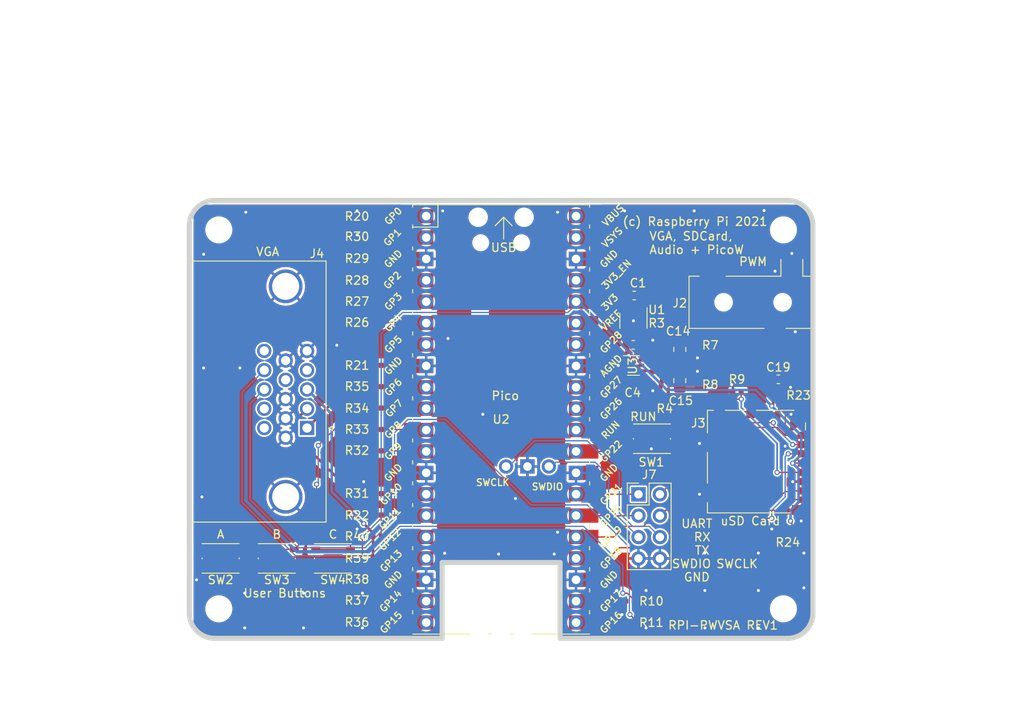
<source format=kicad_pcb>
(kicad_pcb (version 20211014) (generator pcbnew)
  (title_block (title "RPI-PWVSA   VGA, SD Card & Audio Demo Board for Pico W") (date "2022-01-10") (rev "REV2") (company "Raspberry Pi Ltd") (comment 1 "(c) Raspberry Pi 2022"))
  (layers (0 "F.Cu" signal) (1 "In1.Cu" signal) (2 "In2.Cu" signal) (31 "B.Cu" signal) (34 "B.Paste" user) (35 "F.Paste" user) (36 "B.SilkS" user "B.Silkscreen") (37 "F.SilkS" user "F.Silkscreen") (38 "B.Mask" user) (39 "F.Mask" user) (44 "Edge.Cuts" user))
  (net 0 "")
  (net 1 "GND")
  (net 2 "/VSYS")
  (net 3 "+3.3VA")
  (net 4 "/PWM_LL")
  (net 5 "/PWM_RR")
  (net 6 "+3V3")
  (net 7 "/PWM_AUDIO_L")
  (net 8 "/PWM_AUDIO_R")
  (net 9 "/SD_DAT1")
  (net 10 "/SD_DAT2")
  (net 16 "/VGA_B")
  (net 17 "/VGA_G")
  (net 18 "/VGA_R")
  (net 19 "/PWM_L")
  (net 20 "/PWM_R")
  (net 21 "/GPIO5")
  (net 22 "/GPIO16")
  (net 23 "/GPIO17")
  (net 24 "/GPIO18")
  (net 25 "/GPIO19")
  (net 26 "/GPIO20")
  (net 27 "/GPIO21")
  (net 28 "/GPIO22")
  (net 29 "/GPIO26")
  (net 30 "/GPIO27")
  (net 31 "/GPIO28")
  (net 32 "Net-(R20-Pad2)")
  (net 33 "/GPIO0")
  (net 34 "Net-(R21-Pad2)")
  (net 35 "/GPIO6")
  (net 36 "Net-(R22-Pad2)")
  (net 37 "/GPIO11")
  (net 38 "/GPIO4")
  (net 39 "/GPIO3")
  (net 40 "/GPIO2")
  (net 41 "/GPIO1")
  (net 42 "/GPIO10")
  (net 43 "/GPIO9")
  (net 44 "/GPIO8")
  (net 45 "/GPIO7")
  (net 46 "/GPIO15")
  (net 47 "/GPIO14")
  (net 48 "/GPIO13")
  (net 49 "/GPIO12")
  (net 50 "/RUN")
  (net 52 "VBUS")
  (net 55 "/VSYNC")
  (net 56 "/HSYNC")
  (net 57 "/SWCLK")
  (net 58 "/SWDIO")
  (footprint "Resistor_SMD:R_0402_1005Metric" (layer "F.Cu") (at 115.785 83.82)
    (fp_text reference "R31")
    (fp_text value "499")
  )
  (footprint "Resistor_SMD:R_0402_1005Metric" (layer "F.Cu") (at 115.785 88.9)
    (fp_text reference "R40")
    (fp_text value "8.06k")
  )
  (footprint "Resistor_SMD:R_0402_1005Metric" (layer "F.Cu") (at 115.785 91.44)
    (fp_text reference "R39")
    (fp_text value "4.02k")
  )
  (footprint "Resistor_SMD:R_0402_1005Metric" (layer "F.Cu") (at 115.785 93.98)
    (fp_text reference "R38")
    (fp_text value "2k")
  )
  (footprint "Resistor_SMD:R_0402_1005Metric" (layer "F.Cu") (at 115.785 78.74)
    (fp_text reference "R32")
    (fp_text value "1k")
  )
  (footprint "Resistor_SMD:R_0402_1005Metric" (layer "F.Cu") (at 115.785 99.06)
    (fp_text reference "R36")
    (fp_text value "499")
  )
  (footprint "Resistor_SMD:R_0402_1005Metric" (layer "F.Cu") (at 115.785 71.12)
    (fp_text reference "R35")
    (fp_text value "8.06k")
  )
  (footprint "Resistor_SMD:R_0402_1005Metric" (layer "F.Cu") (at 115.785 60.96)
    (fp_text reference "R27")
    (fp_text value "1k")
  )
  (footprint "Resistor_SMD:R_0402_1005Metric" (layer "F.Cu") (at 115.785 58.42)
    (fp_text reference "R28")
    (fp_text value "2k")
  )
  (footprint "Button_Switch_SMD:SW_Push_1P1T_NO_Vertical_Wuerth_434133025816" (layer "F.Cu") (at 148.4 77.3)
    (fp_text reference "SW1")
    (fp_text value "SW_Push")
  )
  (footprint "Resistor_SMD:R_0402_1005Metric" (layer "F.Cu") (at 115.785 96.52)
    (fp_text reference "R37")
    (fp_text value "1k")
  )
  (footprint "Resistor_SMD:R_0402_1005Metric" (layer "F.Cu") (at 115.785 76.2)
    (fp_text reference "R33")
    (fp_text value "2k")
  )
  (footprint "Resistor_SMD:R_0402_1005Metric" (layer "F.Cu") (at 115.785 68.58 180)
    (fp_text reference "R21")
    (fp_text value "1k")
  )
  (footprint "Resistor_SMD:R_0402_1005Metric" (layer "F.Cu") (at 115.785 86.36 180)
    (fp_text reference "R22")
    (fp_text value "1k")
  )
  (footprint "Resistor_SMD:R_0402_1005Metric" (layer "F.Cu") (at 153.8 66.2 90)
    (fp_text reference "R7")
    (fp_text value "1.8K")
  )
  (footprint "Resistor_SMD:R_0402_1005Metric" (layer "F.Cu") (at 149 69.3 180)
    (fp_text reference "R2" hide)
    (fp_text value "220")
  )
  (footprint "Resistor_SMD:R_0402_1005Metric" (layer "F.Cu") (at 149 67.9 180)
    (fp_text reference "R1" hide)
    (fp_text value "220")
  )
  (footprint "Connector_Card:microSD_HC_Molex_104031-0811" (layer "F.Cu") (at 160.8 80 -90)
    (fp_text reference "J3")
    (fp_text value "Micro_SD_Card")
  )
  (footprint "Capacitor_SMD:C_0805_2012Metric" (layer "F.Cu") (at 151.7 70.4 90)
    (fp_text reference "C15")
    (fp_text value "47u")
  )
  (footprint "Capacitor_SMD:C_0805_2012Metric" (layer "F.Cu") (at 151.7 66.7 -90)
    (fp_text reference "C14")
    (fp_text value "47u")
  )
  (footprint "Capacitor_SMD:C_0603_1608Metric" (layer "F.Cu") (at 146.173749 66.152501 180)
    (fp_text reference "C2" hide)
    (fp_text value "1u")
  )
  (footprint "Capacitor_SMD:C_0402_1005Metric" (layer "F.Cu") (at 146.1 70.5 180)
    (fp_text reference "C4")
    (fp_text value "100n")
  )
  (footprint "Resistor_SMD:R_0402_1005Metric" (layer "F.Cu") (at 153.8 70.8 -90)
    (fp_text reference "R8")
    (fp_text value "1.8K")
  )
  (footprint "Resistor_SMD:R_0402_1005Metric" (layer "F.Cu") (at 149 64.8)
    (fp_text reference "R3")
    (fp_text value "100")
  )
  (footprint "Capacitor_SMD:C_0402_1005Metric" (layer "F.Cu") (at 149 70.8 180)
    (fp_text reference "C8" hide)
    (fp_text value "100n")
  )
  (footprint "Capacitor_SMD:C_0402_1005Metric" (layer "F.Cu") (at 149 66.4 180)
    (fp_text reference "C7" hide)
    (fp_text value "100n")
  )
  (footprint "Package_TO_SOT_SMD:SOT-363_SC-70-6" (layer "F.Cu") (at 146.2 68.6)
    (fp_text reference "U3")
    (fp_text value "NC7WZ16P6X")
  )
  (footprint "Button_Switch_SMD:SW_Push_1P1T_NO_Vertical_Wuerth_434133025816" (layer "F.Cu") (at 103.88 91.515 180)
    (fp_text reference "SW3")
    (fp_text value "SW_Push")
  )
  (footprint "Package_TO_SOT_SMD:SOT-23-5" (layer "F.Cu") (at 146.2 63.3 -90)
    (fp_text reference "U1")
    (fp_text value "TLV70033_SOT23-5")
  )
  (footprint "Button_Switch_SMD:SW_Push_1P1T_NO_Vertical_Wuerth_434133025816" (layer "F.Cu") (at 110.5475 91.515 180)
    (fp_text reference "SW4")
    (fp_text value "SW_Push")
  )
  (footprint "Resistor_SMD:R_0402_1005Metric" (layer "F.Cu") (at 115.785 55.88)
    (fp_text reference "R29")
    (fp_text value "4.02k")
  )
  (footprint "Resistor_SMD:R_0402_1005Metric" (layer "F.Cu") (at 115.785 53.34)
    (fp_text reference "R30")
    (fp_text value "8.06k")
  )
  (footprint "Resistor_SMD:R_0402_1005Metric" (layer "F.Cu") (at 115.785 50.8 180)
    (fp_text reference "R20")
    (fp_text value "1k")
  )
  (footprint "Button_Switch_SMD:SW_Push_1P1T_NO_Vertical_Wuerth_434133025816" (layer "F.Cu") (at 97.2125 91.515 180)
    (fp_text reference "SW2")
    (fp_text value "SW_Push")
  )
  (footprint "Resistor_SMD:R_0402_1005Metric" (layer "F.Cu") (at 149 72.4)
    (fp_text reference "R4")
    (fp_text value "100")
  )
  (footprint "Capacitor_SMD:C_0603_1608Metric" (layer "F.Cu") (at 146.3 60.3 180)
    (fp_text reference "C1")
    (fp_text value "1u")
  )
  (footprint "MountingHole:MountingHole_2.7mm_M2.5" (layer "F.Cu") (at 164 97.5)
    (fp_text reference "H3" hide)
    (fp_text value "MountingHole")
  )
  (footprint "MountingHole:MountingHole_2.7mm_M2.5" (layer "F.Cu") (at 97 97.5)
    (fp_text reference "H4" hide)
    (fp_text value "MountingHole")
  )
  (footprint "MountingHole:MountingHole_2.7mm_M2.5" (layer "F.Cu") (at 164 52.5)
    (fp_text reference "H1" hide)
    (fp_text value "MountingHole")
  )
  (footprint "RPi_Pico:CUI_SJ-3523-audio-jack" (layer "F.Cu") (at 161.4 61.1 -90)
    (fp_text reference "J2")
    (fp_text value "AudioJack3")
  )
  (footprint "Resistor_SMD:R_0402_1005Metric" (layer "F.Cu") (at 115.785 63.5)
    (fp_text reference "R26")
    (fp_text value "499")
  )
  (footprint "MountingHole:MountingHole_2.7mm_M2.5" (layer "F.Cu") (at 97 52.5)
    (fp_text reference "H2" hide)
    (fp_text value "MountingHole")
  )
  (footprint "Connector_PinHeader_2.54mm:PinHeader_2x04_P2.54mm_Vertical" (layer "F.Cu") (at 146.8 83.9)
    (fp_text reference "J7")
    (fp_text value "Conn_02x03_Odd_Even")
  )
  (footprint "Capacitor_SMD:C_0603_1608Metric" (layer "F.Cu") (at 163.4 70.2425)
    (fp_text reference "C19")
    (fp_text value "10u")
  )
  (footprint "Resistor_SMD:R_0402_1005Metric" (layer "F.Cu") (at 145.79 96.595 180)
    (fp_text reference "R10")
    (fp_text value "47")
  )
  (footprint "Resistor_SMD:R_0402_1005Metric" (layer "F.Cu") (at 158.5 71.7)
    (fp_text reference "R9")
    (fp_text value "DNF")
  )
  (footprint "Resistor_SMD:R_0402_1005Metric" (layer "F.Cu") (at 145.792501 99.132501 180)
    (fp_text reference "R11")
    (fp_text value "47")
  )
  (footprint "Resistor_SMD:R_0402_1005Metric" (layer "F.Cu") (at 163.2525 72.1475 180)
    (fp_text reference "R23")
    (fp_text value "10k")
  )
  (footprint "Resistor_SMD:R_0402_1005Metric" (layer "F.Cu") (at 164.5225 88.0225)
    (fp_text reference "R24")
    (fp_text value "10k")
  )
  (footprint "Resistor_SMD:R_0402_1005Metric" (layer "F.Cu") (at 115.785 73.66)
    (fp_text reference "R34")
    (fp_text value "4.02k")
  )
  (footprint "RPi_Pico:DSUB-15-L77HDE15SD1CH4F" (layer "F.Cu") (at 93.5 71.7 90)
    (fp_text reference "J4")
    (fp_text value "L77HDE15SD1CH4F")
  )
  (footprint "RaspberryPI PicoW:RPi_PicoW_SMD_TH" (layer "F.Cu") (at 130.5 75)
    (fp_text reference "U2")
    (fp_text value "PicoW")
  )
  (gr_line (start 129.8 52) (end 130.8 51) (layer "F.SilkS") (width 0.12))
  (gr_line (start 131.8 52) (end 130.8 51) (layer "F.SilkS") (width 0.12))
  (gr_line (start 130.8 53.6) (end 130.8 51) (layer "F.SilkS") (width 0.12))
  (gr_line (start 130.8 51) (end 129.8 52) (layer "F.SilkS") (width 0.12))
  (gr_line (start 96.5 49) (end 96.5 49) (layer "Edge.Cuts") (width 0.05))
  (gr_line (start 96.5 49) (end 164.5 49) (layer "Edge.Cuts") (width 0.6))
  (gr_arc (start 164.500002 48.999998) (mid 166.621322 49.878679) (end 167.5 52) (layer "Edge.Cuts") (width 0.6))
  (gr_line (start 123.5 101) (end 96.5 101) (layer "Edge.Cuts") (width 0.6))
  (gr_line (start 164.5 101) (end 137.5 101) (layer "Edge.Cuts") (width 0.6))
  (gr_line (start 167.5 52) (end 167.5 98) (layer "Edge.Cuts") (width 0.6))
  (gr_line (start 137.5 92) (end 137.5 101) (layer "Edge.Cuts") (width 0.6))
  (gr_line (start 123.5 92) (end 123.5 101) (layer "Edge.Cuts") (width 0.6))
  (gr_arc (start 167.500002 98.000002) (mid 166.621321 100.121322) (end 164.5 101) (layer "Edge.Cuts") (width 0.6))
  (gr_arc (start 93.5 52) (mid 94.37868 49.87868) (end 96.5 49) (layer "Edge.Cuts") (width 0.6))
  (gr_line (start 137.5 92) (end 123.5 92) (layer "Edge.Cuts") (width 0.6))
  (gr_arc (start 96.499998 101.000002) (mid 94.378678 100.121321) (end 93.5 98) (layer "Edge.Cuts") (width 0.6))
  (gr_line (start 93.5 98) (end 93.5 52) (layer "Edge.Cuts") (width 0.6))
  (gr_text "VGA, SDCard,\nAudio + PicoW" (at 148.0125 54.05) (layer "F.SilkS") (effects (font (size 1 1)) (justify left)))
  (gr_text "RPI-PWVSA REV1" (at 150.235 99.4525) (layer "F.SilkS") (effects (font (size 1 1)) (justify left)))
  (gr_text "C" (at 110.5475 88.6575) (layer "F.SilkS") (effects (font (size 1 1))))
  (gr_text "User Buttons" (at 104.8325 95.6425) (layer "F.SilkS") (effects (font (size 1 1))))
  (gr_text "SWCLK" (at 158.49 92.15) (layer "F.SilkS") (effects (font (size 1 1))))
  (gr_text "VGA" (at 102.8 55.1) (layer "F.SilkS") (effects (font (size 1 1))))
  (gr_text "A" (at 97.2125 88.6575) (layer "F.SilkS") (effects (font (size 1 1))))
  (gr_text "(c) Raspberry Pi 2021" (at 144.8375 51.51) (layer "F.SilkS") (effects (font (size 1 1)) (justify left)))
  (gr_text "USB" (at 130.8 54.6) (layer "F.SilkS") (effects (font (size 1 1))))
  (gr_text "B" (at 103.88 88.6575) (layer "F.SilkS") (effects (font (size 1 1))))
  (gr_text "uSD Card" (at 160.0775 87.07) (layer "F.SilkS") (effects (font (size 1 1))))
  (gr_text "RUN" (at 147.3775 74.6875) (layer "F.SilkS") (effects (font (size 1 1))))
  (gr_text "SWDIO" (at 153.0925 92.15) (layer "F.SilkS") (effects (font (size 1 1))))
  (gr_text "RX" (at 154.3625 88.975) (layer "F.SilkS") (effects (font (size 1 1))))
  (gr_text "UART" (at 153.7275 87.3875) (layer "F.SilkS") (effects (font (size 1 1))))
  (gr_text "TX" (at 154.3625 90.5625) (layer "F.SilkS") (effects (font (size 1 1))))
  (gr_text "Pico" (at 131 72.2) (layer "F.SilkS") (effects (font (size 1 1))))
  (gr_text "PWM" (at 160.395 56.2725) (layer "F.SilkS") (effects (font (size 1 1))))
  (gr_text "GND" (at 153.7275 93.7375) (layer "F.SilkS") (effects (font (size 1 1))))
  (segment (start 146.2 62.2) (end 146.2 60.9875) (width 0.5) (layer "F.Cu") (net 1))
  (segment (start 146 68.9) (end 145.7 68.6) (width 0.2) (layer "F.Cu") (net 1))
  (segment (start 145.2 68.65) (end 139.39 68.65) (width 0.15) (layer "F.Cu") (net 1))
  (segment (start 166.425 90.675) (end 166.4275 90.6775) (width 0.15) (layer "F.Cu") (net 1))
  (segment (start 146.2 60.9875) (end 145.5125 60.3) (width 0.5) (layer "F.Cu") (net 1))
  (segment (start 145.25 68.6) (end 145.8 68.6) (width 0.2) (layer "F.Cu") (net 1))
  (segment (start 165.9 86.86) (end 166.11 87.07) (width 0.15) (layer "F.Cu") (net 1))
  (segment (start 146 68.4) (end 146 67.0875) (width 0.2) (layer "F.Cu") (net 1))
  (segment (start 146 70.115) (end 146 68.9) (width 0.2) (layer "F.Cu") (net 1))
  (segment (start 145.8 68.6) (end 146 68.4) (width 0.2) (layer "F.Cu") (net 1))
  (segment (start 146.325 78.375) (end 150.45 78.375) (width 0.15) (layer "F.Cu") (net 1))
  (segment (start 146 67.0875) (end 145.4125 66.5) (width 0.2) (layer "F.Cu") (net 1))
  (segment (start 139.39 68.65) (end 139.44 68.6) (width 0.5) (layer "F.Cu") (net 1))
  (segment (start 145.25 68.6) (end 145.2 68.65) (width 0.15) (layer "F.Cu") (net 1))
  (segment (start 139.44 68.6) (end 145.25 68.6) (width 0.5) (layer "F.Cu") (net 1))
  (segment (start 145.615 70.5) (end 146 70.115) (width 0.2) (layer "F.Cu") (net 1))
  (segment (start 165.9 85.755) (end 165.9 86.86) (width 0.15) (layer "F.Cu") (net 1))
  (via (at 137.2 50.4) (size 0.6) (drill 0.35) (layers "F.Cu" "B.Cu") (net 1))
  (via (at 124.2 65.4) (size 0.6) (drill 0.35) (layers "F.Cu" "B.Cu") (net 1))
  (via (at 132.2 84.4) (size 0.6) (drill 0.35) (layers "F.Cu" "B.Cu") (net 1))
  (via (at 137.2 88.4) (size 0.6) (drill 0.35) (layers "F.Cu" "B.Cu") (net 1))
  (via (at 100.2 50.4) (size 0.6) (drill 0.35) (layers "F.Cu" "B.Cu") (net 1))
  (via (at 95.2 55.4) (size 0.6) (drill 0.35) (layers "F.Cu" "B.Cu") (net 1))
  (via (at 95.2 68.9) (size 0.6) (drill 0.35) (layers "F.Cu" "B.Cu") (net 1))
  (via (at 114.2 82.4) (size 0.6) (drill 0.35) (layers "F.Cu" "B.Cu") (net 1))
  (via (at 99.5 68.9) (size 0.6) (drill 0.35) (layers "F.Cu" "B.Cu") (net 1))
  (via (at 111 66.2) (size 0.6) (drill 0.35) (layers "F.Cu" "B.Cu") (net 1))
  (via (at 148.5 65.6) (size 0.6) (drill 0.35) (layers "F.Cu" "B.Cu") (net 1))
  (via (at 147.695 99.77) (size 0.6) (drill 0.35) (layers "F.Cu" "B.Cu") (net 1))
  (via (at 166.11 87.07) (size 0.6) (drill 0.35) (layers "F.Cu" "B.Cu") (net 1))
  (via (at 161.03 95.325) (size 0.6) (drill 0.35) (layers "F.Cu" "B.Cu") (net 1))
  (via (at 107.055 95.6425) (size 0.6) (drill 0.35) (layers "F.Cu" "B.Cu") (net 1))
  (via (at 144.8375 98.1825) (size 0.6) (drill 0.35) (layers "F.Cu" "B.Cu") (net 1))
  (via (at 144.4 68.6) (size 0.6) (drill 0.35) (layers "F.Cu" "B.Cu") (net 1))
  (via (at 114.04 95.6425) (size 0.6) (drill 0.35) (layers "F.Cu" "B.Cu") (net 1))
  (via (at 146.2 63.3) (size 0.6) (drill 0.35) (layers "F.Cu" "B.Cu") (net 1))
  (via (at 165.1 82.4) (size 0.6) (drill 0.35) (layers "F.Cu" "B.Cu") (net 1))
  (via (at 94.99 84.2125) (size 0.6) (drill 0.35) (layers "F.Cu" "B.Cu") (net 1))
  (via (at 148.33 78.4975) (size 0.6) (drill 0.35) (layers "F.Cu" "B.Cu") (net 1))
  (via (at 161.03 90.88) (size 0.6) (drill 0.35) (layers "F.Cu" "B.Cu") (net 1))
  (via (at 154.68 95.325) (size 0.6) (drill 0.35) (layers "F.Cu" "B.Cu") (net 1))
  (via (at 114.04 99.77) (size 0.6) (drill 0.35) (layers "F.Cu" "B.Cu") (net 1))
  (via (at 154.045 77.8625) (size 0.6) (drill 0.35) (layers "F.Cu" "B.Cu") (net 1))
  (via (at 166.4275 90.88) (size 0.6) (drill 0.35) (layers "F.Cu" "B.Cu") (net 1))
  (via (at 123.565 50.24) (size 0.6) (drill 0.35) (layers "F.Cu" "B.Cu") (net 1))
  (via (at 123.8 90.9) (size 0.6) (drill 0.35) (layers "F.Cu" "B.Cu") (net 1))
  (via (at 130.2 91) (size 0.6) (drill 0.35) (layers "F.Cu" "B.Cu") (net 1))
  (via (at 107.055 99.77) (size 0.6) (drill 0.35) (layers "F.Cu" "B.Cu") (net 1))
  (via (at 164.205 78.18) (size 0.6) (drill 0.35) (layers "F.Cu" "B.Cu") (net 1))
  (via (at 154.045 83.895) (size 0.6) (drill 0.35) (layers "F.Cu" "B.Cu") (net 1))
  (via (at 157.855 70.8775) (size 0.6) (drill 0.35) (layers "F.Cu" "B.Cu") (net 1))
  (via (at 100.07 99.77) (size 0.6) (drill 0.35) (layers "F.Cu" "B.Cu") (net 1))
  (via (at 148.5 71.6) (size 0.6) (drill 0.35) (layers "F.Cu" "B.Cu") (net 1))
  (via (at 136.8 91) (size 0.6) (drill 0.35) (layers "F.Cu" "B.Cu") (net 1))
  (via (at 113.405 53.0975) (size 0.6) (drill 0.35) (layers "F.Cu" "B.Cu") (net 1))
  (via (at 165 55.3) (size 0.6) (drill 0.35) (layers "F.Cu" "B.Cu") (net 1))
  (via (at 154.68 99.77) (size 0.6) (drill 0.35) (layers "F.Cu" "B.Cu") (net 1))
  (via (at 166.4275 95.0075) (size 0.6) (drill 0.35) (layers "F.Cu" "B.Cu") (net 1))
  (via (at 153.41 50.24) (size 0.6) (drill 0.35) (layers "F.Cu" "B.Cu") (net 1))
  (via (at 147.695 95.325) (size 0.6) (drill 0.35) (layers "F.Cu" "B.Cu") (net 1))
  (via (at 165.4 64.6) (size 0.6) (drill 0.35) (layers "F.Cu" "B.Cu") (net 1))
  (via (at 161.7 50.2) (size 0.6) (drill 0.35) (layers "F.Cu" "B.Cu") (net 1))
  (via (at 161.03 99.77) (size 0.6) (drill 0.35) (layers "F.Cu" "B.Cu") (net 1))
  (via (at 144.2025 95.325) (size 0.6) (drill 0.35) (layers "F.Cu" "B.Cu") (net 1))
  (via (at 100.07 95.6425) (size 0.6) (drill 0.35) (layers "F.Cu" "B.Cu") (net 1))
  (via (at 113.405 88.0225) (size 0.6) (drill 0.35) (layers "F.Cu" "B.Cu") (net 1))
  (via (at 164.84 71.195) (size 0.6) (drill 0.35) (layers "F.Cu" "B.Cu") (net 1))
  (via (at 94.355 94.055) (size 0.6) (drill 0.35) (layers "F.Cu" "B.Cu") (net 1))
  (via (at 163 57.4) (size 0.6) (drill 0.35) (layers "F.Cu" "B.Cu") (net 1))
  (via (at 162.6175 88.0225) (size 0.6) (drill 0.35) (layers "F.Cu" "B.Cu") (net 1))
  (via (at 164.9 74.4) (size 0.6) (drill 0.35) (layers "F.Cu" "B.Cu") (net 1))
  (via (at 145.155 50.24) (size 0.6) (drill 0.35) (layers "F.Cu" "B.Cu") (net 1))
  (via (at 128.3275 74.4) (size 0.6) (drill 0.35) (layers "F.Cu" "B.Cu") (net 1))
  (via (at 153.8 67.7) (size 0.6) (drill 0.35) (layers "F.Cu" "B.Cu") (net 1))
  (via (at 154.68 90.88) (size 0.6) (drill 0.35) (layers "F.Cu" "B.Cu") (net 1))
  (via (at 113.405 50.24) (size 0.6) (drill 0.35) (layers "F.Cu" "B.Cu") (net 1))
  (via (at 153.8 69.3) (size 0.6) (drill 0.35) (layers "F.Cu" "B.Cu") (net 1))
  (segment (start 166.11 87.07) (end 166.11 87.3875) (width 0.15) (layer "B.Cu") (net 1))
  (segment (start 144.5 58.8) (end 145.480001 57.819999) (width 0.5) (layer "F.Cu") (net 2))
  (segment (start 147.0875 59.427498) (end 145.480001 57.819999) (width 0.5) (layer "F.Cu") (net 2))
  (segment (start 145.25 62.2) (end 144.5 61.45) (width 0.5) (layer "F.Cu") (net 2))
  (segment (start 145.480001 57.819999) (end 141.070002 53.41) (width 0.5) (layer "F.Cu") (net 2))
  (segment (start 147.15 60.3625) (end 147.0875 60.3) (width 0.5) (layer "F.Cu") (net 2))
  (segment (start 141.070002 53.41) (end 139.39 53.41) (width 0.5) (layer "F.Cu") (net 2))
  (segment (start 147.0875 60.3) (end 147.0875 59.427498) (width 0.5) (layer "F.Cu") (net 2))
  (segment (start 147.15 62.2) (end 147.15 60.3625) (width 0.5) (layer "F.Cu") (net 2))
  (segment (start 144.5 61.45) (end 144.5 58.8) (width 0.5) (layer "F.Cu") (net 2))
  (segment (start 147.15 64.4) (end 147.15 66.3375) (width 0.5) (layer "F.Cu") (net 3))
  (segment (start 146.4 68.8) (end 146.6 68.6) (width 0.2) (layer "F.Cu") (net 3))
  (segment (start 146.585 70.5) (end 146.585 70.085) (width 0.2) (layer "F.Cu") (net 3))
  (segment (start 146.4 68.4) (end 146.4 67.0875) (width 0.2) (layer "F.Cu") (net 3))
  (segment (start 146.6 68.6) (end 146.4 68.4) (width 0.2) (layer "F.Cu") (net 3))
  (segment (start 146.4 69.9) (end 146.4 68.8) (width 0.2) (layer "F.Cu") (net 3))
  (segment (start 146.6 68.6) (end 147.15 68.6) (width 0.2) (layer "F.Cu") (net 3))
  (segment (start 147.15 66.3375) (end 146.9875 66.5) (width 0.5) (layer "F.Cu") (net 3))
  (segment (start 146.4 67.0875) (end 146.9875 66.5) (width 0.2) (layer "F.Cu") (net 3))
  (segment (start 146.585 70.085) (end 146.4 69.9) (width 0.2) (layer "F.Cu") (net 3))
  (segment (start 149.485 67.9) (end 149.485 66.4) (width 0.3) (layer "F.Cu") (net 4))
  (segment (start 149.7475 67.6375) (end 149.485 67.9) (width 0.3) (layer "F.Cu") (net 4))
  (segment (start 149.485 66.4) (end 149.485 64.8) (width 0.3) (layer "F.Cu") (net 4))
  (segment (start 151.7 67.6375) (end 149.7475 67.6375) (width 0.3) (layer "F.Cu") (net 4))
  (segment (start 149.485 69.3) (end 149.485 70.8) (width 0.3) (layer "F.Cu") (net 5))
  (segment (start 151.7 69.4625) (end 149.6475 69.4625) (width 0.3) (layer "F.Cu") (net 5))
  (segment (start 149.485 70.8) (end 149.485 72.4) (width 0.3) (layer "F.Cu") (net 5))
  (segment (start 149.6475 69.4625) (end 149.485 69.3) (width 0.3) (layer "F.Cu") (net 5))
  (segment (start 162.7675 70.3975) (end 162.6125 70.2425) (width 0.3) (layer "F.Cu") (net 6))
  (segment (start 108.4725 92.59) (end 112.6225 92.59) (width 0.15) (layer "F.Cu") (net 6))
  (segment (start 162.7675 72.1475) (end 162.7675 73.2675) (width 0.3) (layer "F.Cu") (net 6))
  (segment (start 99.2875 92.59) (end 101.805 92.59) (width 0.15) (layer "F.Cu") (net 6))
  (segment (start 114.04 91.1725) (end 112.6225 92.59) (width 0.15) (layer "F.Cu") (net 6))
  (segment (start 166.25 80.195) (end 165.105 80.195) (width 0.15) (layer "F.Cu") (net 6))
  (segment (start 101.805 92.59) (end 105.955 92.59) (width 0.15) (layer "F.Cu") (net 6))
  (segment (start 162.7675 73.2675) (end 162.6175 73.4175) (width 0.3) (layer "F.Cu") (net 6))
  (segment (start 165.105 80.195) (end 165.1 80.2) (width 0.15) (layer "F.Cu") (net 6))
  (segment (start 162.6125 70.2425) (end 162.6125 71.9925) (width 0.2) (layer "F.Cu") (net 6))
  (segment (start 95.1375 92.59) (end 99.2875 92.59) (width 0.15) (layer "F.Cu") (net 6))
  (segment (start 105.955 92.59) (end 108.4725 92.59) (width 0.15) (layer "F.Cu") (net 6))
  (segment (start 165.0075 87.2375) (end 164.84 87.07) (width 0.15) (layer "F.Cu") (net 6))
  (segment (start 162.6125 71.9925) (end 162.7675 72.1475) (width 0.2) (layer "F.Cu") (net 6))
  (segment (start 162.7675 72.1475) (end 162.7675 70.3975) (width 0.3) (layer "F.Cu") (net 6))
  (segment (start 165.0075 88.0225) (end 165.0075 87.2375) (width 0.15) (layer "F.Cu") (net 6))
  (segment (start 114.04 88.975) (end 114.04 91.1725) (width 0.15) (layer "F.Cu") (net 6))
  (via (at 164.84 87.07) (size 0.6) (drill 0.35) (layers "F.Cu" "B.Cu") (net 6))
  (via (at 165.1 80.2) (size 0.6) (drill 0.35) (layers "F.Cu" "B.Cu") (net 6))
  (via (at 162.6175 73.4175) (size 0.6) (drill 0.35) (layers "F.Cu" "B.Cu") (net 6))
  (via (at 114.04 88.975) (size 0.6) (drill 0.35) (layers "F.Cu" "B.Cu") (net 6))
  (segment (start 165.1 80.2) (end 166.11 79.19) (width 0.3) (layer "B.Cu") (net 6))
  (segment (start 160.7125 71.5125) (end 150.1825 71.5125) (width 0.3) (layer "B.Cu") (net 6))
  (segment (start 114.04 88.975) (end 116.2625 86.7525) (width 0.15) (layer "B.Cu") (net 6))
  (segment (start 165.7925 84.8475) (end 165.7925 80.8925) (width 0.3) (layer "B.Cu") (net 6))
  (segment (start 164.84 87.07) (end 164.84 85.8) (width 0.3) (layer "B.Cu") (net 6))
  (segment (start 162.6175 73.4175) (end 160.7125 71.5125) (width 0.3) (layer "B.Cu") (net 6))
  (segment (start 165.7925 80.8925) (end 165.1 80.2) (width 0.3) (layer "B.Cu") (net 6))
  (segment (start 139.7 61.03) (end 150.1825 71.5125) (width 0.3) (layer "B.Cu") (net 6))
  (segment (start 164.84 85.8) (end 165.7925 84.8475) (width 0.3) (layer "B.Cu") (net 6))
  (segment (start 118.8025 62.305) (end 116.2625 64.845) (width 0.15) (layer "B.Cu") (net 6))
  (segment (start 166.11 79.19) (end 166.11 76.91) (width 0.3) (layer "B.Cu") (net 6))
  (segment (start 162.6175 73.4175) (end 166.11 76.91) (width 0.3) (layer "B.Cu") (net 6))
  (segment (start 138.425 62.305) (end 118.8025 62.305) (width 0.15) (layer "B.Cu") (net 6))
  (segment (start 139.7 61.03) (end 138.425 62.305) (width 0.15) (layer "B.Cu") (net 6))
  (segment (start 116.2625 64.845) (end 116.2625 86.7525) (width 0.15) (layer "B.Cu") (net 6))
  (segment (start 155.6 57.4) (end 154.9 58.1) (width 0.3) (layer "F.Cu") (net 7))
  (segment (start 154.9 58.1) (end 154.9 64.615) (width 0.3) (layer "F.Cu") (net 7))
  (segment (start 151.7 65.7625) (end 153.7525 65.7625) (width 0.3) (layer "F.Cu") (net 7))
  (segment (start 154.9 64.615) (end 153.8 65.715) (width 0.3) (layer "F.Cu") (net 7))
  (segment (start 153.7525 65.7625) (end 153.8 65.715) (width 0.3) (layer "F.Cu") (net 7))
  (segment (start 156.1 69.8) (end 156.1 67) (width 0.3) (layer "F.Cu") (net 8))
  (segment (start 151.7 71.3375) (end 153.7475 71.3375) (width 0.3) (layer "F.Cu") (net 8))
  (segment (start 154.615 71.285) (end 156.1 69.8) (width 0.3) (layer "F.Cu") (net 8))
  (segment (start 158.3 64.8) (end 163 64.8) (width 0.3) (layer "F.Cu") (net 8))
  (segment (start 153.7475 71.3375) (end 153.8 71.285) (width 0.3) (layer "F.Cu") (net 8))
  (segment (start 156.1 67) (end 158.3 64.8) (width 0.3) (layer "F.Cu") (net 8))
  (segment (start 153.8 71.285) (end 154.615 71.285) (width 0.3) (layer "F.Cu") (net 8))
  (segment (start 164.0375 88.0225) (end 164.0375 86.585) (width 0.15) (layer "F.Cu") (net 9))
  (segment (start 166.25 84.545) (end 166.235 84.53) (width 0.15) (layer "F.Cu") (net 9))
  (segment (start 163.2525 85.8) (end 164.5225 84.53) (width 0.15) (layer "F.Cu") (net 9))
  (segment (start 164.0375 86.585) (end 163.2525 85.8) (width 0.15) (layer "F.Cu") (net 9))
  (segment (start 149.98 85.8) (end 163.2525 85.8) (width 0.15) (layer "F.Cu") (net 9))
  (segment (start 149.34 86.44) (end 149.98 85.8) (width 0.15) (layer "F.Cu") (net 9))
  (segment (start 166.235 84.53) (end 164.5225 84.53) (width 0.15) (layer "F.Cu") (net 9))
  (segment (start 164.22 76.895) (end 164.22 72.63) (width 0.15) (layer "F.Cu") (net 10))
  (segment (start 152.4575 77.545) (end 152.4575 80.7825) (width 0.15) (layer "F.Cu") (net 10))
  (segment (start 163.2825 75.9575) (end 154.045 75.9575) (width 0.15) (layer "F.Cu") (net 10))
  (segment (start 164.22 72.63) (end 163.7375 72.1475) (width 0.15) (layer "F.Cu") (net 10))
  (segment (start 154.045 75.9575) (end 152.4575 77.545) (width 0.15) (layer "F.Cu") (net 10))
  (segment (start 149.34 83.9) (end 152.4575 80.7825) (width 0.15) (layer "F.Cu") (net 10))
  (segment (start 166.25 76.895) (end 164.22 76.895) (width 0.15) (layer "F.Cu") (net 10))
  (segment (start 164.22 76.895) (end 163.2825 75.9575) (width 0.15) (layer "F.Cu") (net 10))
  (segment (start 115.3 93.66) (end 115.3 91.44) (width 0.3) (layer "F.Cu") (net 16))
  (segment (start 115.3 96.52) (end 115.3 93.98) (width 0.3) (layer "F.Cu") (net 16))
  (segment (start 115.3 91.44) (end 115.3 88.9) (width 0.3) (layer "F.Cu") (net 16))
  (segment (start 115.3 88.4875) (end 114.2 87.3875) (width 0.3) (layer "F.Cu") (net 16))
  (segment (start 115.3 93.98) (end 115.3 93.66) (width 0.3) (layer "F.Cu") (net 16))
  (segment (start 115.3 88.9) (end 115.3 88.4875) (width 0.3) (layer "F.Cu") (net 16))
  (segment (start 115.3 99.06) (end 115.3 96.52) (width 0.3) (layer "F.Cu") (net 16))
  (via (at 114.2 87.3875) (size 0.6) (drill 0.35) (layers "F.Cu" "B.Cu") (net 16))
  (segment (start 110.4 83.5875) (end 114.2 87.3875) (width 0.3) (layer "B.Cu") (net 16))
  (segment (start 110.4 74.38) (end 110.4 83.5875) (width 0.3) (layer "B.Cu") (net 16))
  (segment (start 107.47 71.45) (end 110.4 74.38) (width 0.3) (layer "B.Cu") (net 16))
  (segment (start 115.3 71.12) (end 115.3 76.2) (width 0.3) (layer "F.Cu") (net 17))
  (segment (start 112.92 83.82) (end 106.2 77.1) (width 0.3) (layer "F.Cu") (net 17))
  (segment (start 106.2 75.01) (end 107.47 73.74) (width 0.3) (layer "F.Cu") (net 17))
  (segment (start 106.2 77.1) (end 106.2 75.01) (width 0.3) (layer "F.Cu") (net 17))
  (segment (start 115.3 76.2) (end 115.3 83.82) (width 0.3) (layer "F.Cu") (net 17))
  (segment (start 112.92 83.82) (end 115.3 83.82) (width 0.3) (layer "F.Cu") (net 17))
  (segment (start 115.3 55.88) (end 115.3 58.42) (width 0.3) (layer "F.Cu") (net 18))
  (segment (start 115.3 60.96) (end 115.3 63.5) (width 0.3) (layer "F.Cu") (net 18))
  (segment (start 115.3 53.34) (end 115.3 55.88) (width 0.3) (layer "F.Cu") (net 18))
  (segment (start 115.3 58.42) (end 115.3 60.96) (width 0.3) (layer "F.Cu") (net 18))
  (segment (start 110.865 72.635) (end 107.47 76.03) (width 0.3) (layer "F.Cu") (net 18))
  (segment (start 110.865 67.935) (end 110.865 72.635) (width 0.3) (layer "F.Cu") (net 18))
  (segment (start 115.3 63.5) (end 110.865 67.935) (width 0.3) (layer "F.Cu") (net 18))
  (segment (start 147.15 67.95) (end 148.465 67.95) (width 0.3) (layer "F.Cu") (net 19))
  (segment (start 148.465 67.95) (end 148.515 67.9) (width 0.2) (layer "F.Cu") (net 19))
  (segment (start 147.15 69.25) (end 148.465 69.25) (width 0.3) (layer "F.Cu") (net 20))
  (segment (start 148.465 69.25) (end 148.515 69.3) (width 0.3) (layer "F.Cu") (net 20))
  (segment (start 152.4575 75.005) (end 154.8625 72.6) (width 0.15) (layer "F.Cu") (net 21))
  (segment (start 130.505 75.005) (end 152.4575 75.005) (width 0.15) (layer "F.Cu") (net 21))
  (segment (start 166.25 81.295) (end 163.2525 81.295) (width 0.15) (layer "F.Cu") (net 21))
  (segment (start 121.61 66.11) (end 130.505 75.005) (width 0.15) (layer "F.Cu") (net 21))
  (segment (start 158.985 71.7) (end 158.985 72.585) (width 0.15) (layer "F.Cu") (net 21))
  (segment (start 154.8625 72.6) (end 159 72.6) (width 0.15) (layer "F.Cu") (net 21))
  (segment (start 158.985 72.585) (end 159 72.6) (width 0.15) (layer "F.Cu") (net 21))
  (via (at 159 72.6) (size 0.6) (drill 0.35) (layers "F.Cu" "B.Cu") (net 21))
  (via (at 163.2525 81.295) (size 0.6) (drill 0.35) (layers "F.Cu" "B.Cu") (net 21))
  (segment (start 163.2525 77.8625) (end 159 73.61) (width 0.2) (layer "B.Cu") (net 21))
  (segment (start 159 73.61) (end 159 72.6) (width 0.2) (layer "B.Cu") (net 21))
  (segment (start 163.2525 81.295) (end 163.2525 77.8625) (width 0.2) (layer "B.Cu") (net 21))
  (segment (start 139.39 99.13) (end 145.305 99.13) (width 0.15) (layer "F.Cu") (net 22))
  (segment (start 145.305 99.13) (end 145.307501 99.132501) (width 0.15) (layer "F.Cu") (net 22))
  (segment (start 139.39 96.59) (end 139.395 96.595) (width 0.15) (layer "F.Cu") (net 23))
  (segment (start 139.395 96.595) (end 145.455 96.595) (width 0.15) (layer "F.Cu") (net 23))
  (segment (start 144.52 90.245) (end 150.235 90.245) (width 0.15) (layer "F.Cu") (net 24))
  (segment (start 139.39 91.51) (end 143.255 91.51) (width 0.15) (layer "F.Cu") (net 24))
  (segment (start 166.25 79.095) (end 164.56 79.095) (width 0.15) (layer "F.Cu") (net 24))
  (segment (start 143.255 91.51) (end 144.52 90.245) (width 0.15) (layer "F.Cu") (net 24))
  (segment (start 153.7275 86.7525) (end 162.6175 86.7525) (width 0.15) (layer "F.Cu") (net 24))
  (segment (start 150.235 90.245) (end 153.7275 86.7525) (width 0.15) (layer "F.Cu") (net 24))
  (via (at 162.6175 86.7525) (size 0.6) (drill 0.35) (layers "F.Cu" "B.Cu") (net 24))
  (via (at 164.56 79.095) (size 0.6) (drill 0.35) (layers "F.Cu" "B.Cu") (net 24))
  (segment (start 162.6175 86.7525) (end 162.6175 85.8) (width 0.15) (layer "B.Cu") (net 24))
  (segment (start 162.6175 85.8) (end 164.205 84.2125) (width 0.15) (layer "B.Cu") (net 24))
  (segment (start 164.205 84.2125) (end 164.205 79.45) (width 0.15) (layer "B.Cu") (net 24))
  (segment (start 164.205 79.45) (end 164.56 79.095) (width 0.15) (layer "B.Cu") (net 24))
  (segment (start 164.205 83.5775) (end 164.84 83.5775) (width 0.15) (layer "F.Cu") (net 25))
  (segment (start 143.88 88.97) (end 145.145 87.705) (width 0.15) (layer "F.Cu") (net 25))
  (segment (start 139.39 88.97) (end 143.88 88.97) (width 0.15) (layer "F.Cu") (net 25))
  (segment (start 148.0125 87.07) (end 148.0125 85.8) (width 0.15) (layer "F.Cu") (net 25))
  (segment (start 162.6175 85.165) (end 164.205 83.5775) (width 0.15) (layer "F.Cu") (net 25))
  (segment (start 148.0125 85.8) (end 148.6475 85.165) (width 0.15) (layer "F.Cu") (net 25))
  (segment (start 148.6475 85.165) (end 162.6175 85.165) (width 0.15) (layer "F.Cu") (net 25))
  (segment (start 145.145 87.705) (end 147.3775 87.705) (width 0.15) (layer "F.Cu") (net 25))
  (segment (start 164.9225 83.495) (end 164.84 83.5775) (width 0.15) (layer "F.Cu") (net 25))
  (segment (start 166.25 83.495) (end 164.9225 83.495) (width 0.15) (layer "F.Cu") (net 25))
  (segment (start 147.3775 87.705) (end 148.0125 87.07) (width 0.15) (layer "F.Cu") (net 25))
  (segment (start 139.39 86.43) (end 139.4 86.44) (width 0.15) (layer "F.Cu") (net 26))
  (segment (start 139.4 86.44) (end 146.8 86.44) (width 0.15) (layer "F.Cu") (net 26))
  (segment (start 139.4 83.9) (end 139.39 83.89) (width 0.15) (layer "F.Cu") (net 27))
  (segment (start 146.79 83.89) (end 146.8 83.9) (width 0.15) (layer "F.Cu") (net 27))
  (segment (start 139.39 83.89) (end 146.79 83.89) (width 0.15) (layer "F.Cu") (net 27))
  (segment (start 166.25 77.995) (end 165.105 77.995) (width 0.15) (layer "F.Cu") (net 28))
  (segment (start 142.39 78.81) (end 143.9 77.3) (width 0.15) (layer "F.Cu") (net 28))
  (segment (start 165.105 77.995) (end 165.1 78) (width 0.15) (layer "F.Cu") (net 28))
  (segment (start 139.39 78.81) (end 142.39 78.81) (width 0.15) (layer "F.Cu") (net 28))
  (segment (start 153.3 75.4) (end 162.8 75.4) (width 0.15) (layer "F.Cu") (net 28))
  (segment (start 151.4 77.3) (end 153.3 75.4) (width 0.15) (layer "F.Cu") (net 28))
  (segment (start 143.9 77.3) (end 151.4 77.3) (width 0.15) (layer "F.Cu") (net 28))
  (segment (start 162.8 75.4) (end 162.95 75.55) (width 0.15) (layer "F.Cu") (net 28))
  (via (at 162.8 75.4) (size 0.6) (drill 0.35) (layers "F.Cu" "B.Cu") (net 28))
  (via (at 165.1 78) (size 0.6) (drill 0.35) (layers "F.Cu" "B.Cu") (net 28))
  (segment (start 165.1 78) (end 162.8 75.7) (width 0.15) (layer "B.Cu") (net 28))
  (segment (start 162.8 75.7) (end 162.8 75.4) (width 0.15) (layer "B.Cu") (net 28))
  (segment (start 139.39 73.73) (end 139.46 73.66) (width 0.15) (layer "F.Cu") (net 29))
  (segment (start 143.31 71.19) (end 139.39 71.19) (width 0.15) (layer "F.Cu") (net 30))
  (segment (start 145.25 69.25) (end 143.31 71.19) (width 0.15) (layer "F.Cu") (net 30))
  (segment (start 143.41 66.11) (end 139.39 66.11) (width 0.15) (layer "F.Cu") (net 31))
  (segment (start 145.25 67.95) (end 143.41 66.11) (width 0.15) (layer "F.Cu") (net 31))
  (segment (start 115.005 50.8) (end 115.3 50.8) (width 0.15) (layer "F.Cu") (net 32))
  (segment (start 105.785 51.8275) (end 98.1 59.5125) (width 0.15) (layer "F.Cu") (net 32))
  (segment (start 115.0675 50.8) (end 114.04 51.8275) (width 0.15) (layer "F.Cu") (net 32))
  (segment (start 95.1625 90.44) (end 99.2875 90.44) (width 0.15) (layer "F.Cu") (net 32))
  (segment (start 98.1 59.5) (end 98.1 59.5125) (width 0.15) (layer "F.Cu") (net 32))
  (segment (start 98.1 89.2525) (end 99.2875 90.44) (width 0.15) (layer "F.Cu") (net 32))
  (segment (start 114.04 51.8275) (end 105.785 51.8275) (width 0.15) (layer "F.Cu") (net 32))
  (segment (start 98.1 59.5125) (end 98.1 89.2525) (width 0.15) (layer "F.Cu") (net 32))
  (segment (start 121.54 50.8) (end 116.27 50.8) (width 0.15) (layer "F.Cu") (net 33))
  (segment (start 121.61 50.87) (end 121.54 50.8) (width 0.15) (layer "F.Cu") (net 33))
  (segment (start 116.27 50.8) (end 116.27 53.34) (width 0.15) (layer "F.Cu") (net 33))
  (segment (start 113.862522 73.037478) (end 108.8 78.1) (width 0.15) (layer "F.Cu") (net 34))
  (segment (start 101.83 90.44) (end 105.955 90.44) (width 0.15) (layer "F.Cu") (net 34))
  (segment (start 108.6 87.795) (end 108.6 82.7) (width 0.15) (layer "F.Cu") (net 34))
  (segment (start 113.862522 70.017478) (end 113.862522 73.037478) (width 0.15) (layer "F.Cu") (net 34))
  (segment (start 105.955 90.44) (end 108.6 87.795) (width 0.15) (layer "F.Cu") (net 34))
  (segment (start 115.3 68.58) (end 113.862522 70.017478) (width 0.15) (layer "F.Cu") (net 34))
  (via (at 108.6 82.7) (size 0.6) (drill 0.35) (layers "F.Cu" "B.Cu") (net 34))
  (via (at 108.8 78.1) (size 0.6) (drill 0.35) (layers "F.Cu" "B.Cu") (net 34))
  (segment (start 108.8 78.1) (end 108.8 82.5) (width 0.15) (layer "B.Cu") (net 34))
  (segment (start 108.8 82.5) (end 108.6 82.7) (width 0.15) (layer "B.Cu") (net 34))
  (segment (start 121.54 71.12) (end 116.27 71.12) (width 0.15) (layer "F.Cu") (net 35))
  (segment (start 116.27 68.58) (end 116.27 71.12) (width 0.15) (layer "F.Cu") (net 35))
  (segment (start 121.61 71.19) (end 121.54 71.12) (width 0.15) (layer "F.Cu") (net 35))
  (segment (start 112.6225 90.44) (end 112.6225 86.9) (width 0.15) (layer "F.Cu") (net 36))
  (segment (start 113.1625 86.36) (end 115.3 86.36) (width 0.15) (layer "F.Cu") (net 36))
  (segment (start 112.6225 86.9) (end 113.1625 86.36) (width 0.15) (layer "F.Cu") (net 36))
  (segment (start 108.4975 90.44) (end 112.6225 90.44) (width 0.15) (layer "F.Cu") (net 36))
  (segment (start 121.54 86.36) (end 116.27 86.36) (width 0.15) (layer "F.Cu") (net 37))
  (segment (start 116.27 86.36) (end 116.27 88.9) (width 0.15) (layer "F.Cu") (net 37))
  (segment (start 121.61 86.43) (end 121.54 86.36) (width 0.15) (layer "F.Cu") (net 37))
  (segment (start 121.54 63.5) (end 116.27 63.5) (width 0.15) (layer "F.Cu") (net 38))
  (segment (start 121.61 63.57) (end 121.54 63.5) (width 0.15) (layer "F.Cu") (net 38))
  (segment (start 121.92 60.96) (end 116.27 60.96) (width 0.15) (layer "F.Cu") (net 39))
  (segment (start 121.61 58.49) (end 121.54 58.42) (width 0.15) (layer "F.Cu") (net 40))
  (segment (start 121.54 58.42) (end 116.27 58.42) (width 0.15) (layer "F.Cu") (net 40))
  (segment (start 116.27 55.56) (end 116.27 55.88) (width 0.15) (layer "F.Cu") (net 41))
  (segment (start 118.42 53.41) (end 116.27 55.56) (width 0.15) (layer "F.Cu") (net 41))
  (segment (start 121.61 53.41) (end 118.42 53.41) (width 0.15) (layer "F.Cu") (net 41))
  (segment (start 121.61 83.89) (end 121.54 83.82) (width 0.15) (layer "F.Cu") (net 42))
  (segment (start 121.54 83.82) (end 116.27 83.82) (width 0.15) (layer "F.Cu") (net 42))
  (segment (start 121.54 78.74) (end 116.27 78.74) (width 0.15) (layer "F.Cu") (net 43))
  (segment (start 121.61 78.81) (end 121.54 78.74) (width 0.15) (layer "F.Cu") (net 43))
  (segment (start 121.61 76.27) (end 121.54 76.2) (width 0.15) (layer "F.Cu") (net 44))
  (segment (start 121.54 76.2) (end 116.27 76.2) (width 0.15) (layer "F.Cu") (net 44))
  (segment (start 121.61 73.73) (end 121.54 73.66) (width 0.15) (layer "F.Cu") (net 45))
  (segment (start 121.54 73.66) (end 116.27 73.66) (width 0.15) (layer "F.Cu") (net 45))
  (segment (start 116.27 99.06) (end 121.54 99.06) (width 0.15) (layer "F.Cu") (net 46))
  (segment (start 121.54 99.06) (end 121.61 99.13) (width 0.15) (layer "F.Cu") (net 46))
  (segment (start 116.27 96.52) (end 121.54 96.52) (width 0.15) (layer "F.Cu") (net 47))
  (segment (start 121.54 96.52) (end 121.61 96.59) (width 0.15) (layer "F.Cu") (net 47))
  (segment (start 121.717919 91.44) (end 119.16 91.44) (width 0.15) (layer "F.Cu") (net 48))
  (segment (start 116.62 93.98) (end 116.565 93.98) (width 0.15) (layer "F.Cu") (net 48))
  (segment (start 116.565 93.98) (end 116.27 93.98) (width 0.15) (layer "F.Cu") (net 48))
  (segment (start 119.16 91.44) (end 116.62 93.98) (width 0.15) (layer "F.Cu") (net 48))
  (segment (start 121.61 88.97) (end 118.74 88.97) (width 0.15) (layer "F.Cu") (net 49))
  (segment (start 118.74 88.97) (end 116.27 91.44) (width 0.15) (layer "F.Cu") (net 49))
  (segment (start 146.325 76.225) (end 146.28 76.27) (width 0.15) (layer "F.Cu") (net 50))
  (segment (start 146.28 76.27) (end 139.39 76.27) (width 0.15) (layer "F.Cu") (net 50))
  (segment (start 150.475 76.225) (end 146.325 76.225) (width 0.15) (layer "F.Cu") (net 50))
  (segment (start 145.4725 95.6425) (end 145.371754 95.6425) (width 0.15) (layer "F.Cu") (net 55))
  (segment (start 145.371754 95.6425) (end 144.94749 95.6425) (width 0.15) (layer "F.Cu") (net 55))
  (segment (start 146.425 96.595) (end 145.4725 95.6425) (width 0.15) (layer "F.Cu") (net 55))
  (via (at 144.94749 95.6425) (size 0.6) (drill 0.35) (layers "F.Cu" "B.Cu") (net 55))
  (segment (start 99.7525 84.8475) (end 106.1025 91.1975) (width 0.15) (layer "B.Cu") (net 55))
  (segment (start 106.1025 91.1975) (end 114.9925 91.1975) (width 0.15) (layer "B.Cu") (net 55))
  (segment (start 102.39 69.16) (end 99.7525 71.7975) (width 0.15) (layer "B.Cu") (net 55))
  (segment (start 144.94749 92.366769) (end 144.94749 95.6425) (width 0.15) (layer "B.Cu") (net 55))
  (segment (start 118.485 87.705) (end 140.285721 87.705) (width 0.15) (layer "B.Cu") (net 55))
  (segment (start 140.285721 87.705) (end 144.94749 92.366769) (width 0.15) (layer "B.Cu") (net 55))
  (segment (start 114.9925 91.1975) (end 118.485 87.705) (width 0.15) (layer "B.Cu") (net 55))
  (segment (start 99.7525 71.7975) (end 99.7525 84.8475) (width 0.15) (layer "B.Cu") (net 55))
  (segment (start 102.39 71.45) (end 102.4525 71.5125) (width 0.15) (layer "F.Cu") (net 56))
  (segment (start 145.79 98.1825) (end 146.277501 98.670001) (width 0.15) (layer "F.Cu") (net 56))
  (segment (start 145.64 98.3325) (end 145.79 98.1825) (width 0.15) (layer "F.Cu") (net 56))
  (segment (start 146.277501 98.670001) (end 146.277501 99.132501) (width 0.15) (layer "F.Cu") (net 56))
  (via (at 145.79 98.1825) (size 0.6) (drill 0.35) (layers "F.Cu" "B.Cu") (net 56))
  (segment (start 145.4725 94.820002) (end 145.4725 89.9275) (width 0.15) (layer "B.Cu") (net 56))
  (segment (start 106.42 90.245) (end 100.705 84.53) (width 0.15) (layer "B.Cu") (net 56))
  (segment (start 100.705 73.135) (end 102.39 71.45) (width 0.15) (layer "B.Cu") (net 56))
  (segment (start 114.3575 90.245) (end 106.42 90.245) (width 0.15) (layer "B.Cu") (net 56))
  (segment (start 145.4725 89.9275) (end 144.8375 89.2925) (width 0.15) (layer "B.Cu") (net 56))
  (segment (start 117.85 76.5925) (end 117.85 86.7525) (width 0.15) (layer "B.Cu") (net 56))
  (segment (start 119.4375 75.005) (end 117.85 76.5925) (width 0.15) (layer "B.Cu") (net 56))
  (segment (start 140.71 85.165) (end 134.058098 85.165) (width 0.15) (layer "B.Cu") (net 56))
  (segment (start 145.79 98.1825) (end 145.724999 98.117499) (width 0.15) (layer "B.Cu") (net 56))
  (segment (start 145.724999 98.117499) (end 145.724999 95.072501) (width 0.15) (layer "B.Cu") (net 56))
  (segment (start 123.898098 75.005) (end 119.4375 75.005) (width 0.15) (layer "B.Cu") (net 56))
  (segment (start 100.705 84.53) (end 100.705 73.135) (width 0.15) (layer "B.Cu") (net 56))
  (segment (start 117.85 86.7525) (end 114.3575 90.245) (width 0.15) (layer "B.Cu") (net 56))
  (segment (start 145.724999 95.072501) (end 145.4725 94.820002) (width 0.15) (layer "B.Cu") (net 56))
  (segment (start 134.058098 85.165) (end 123.898098 75.005) (width 0.15) (layer "B.Cu") (net 56))
  (segment (start 144.8375 89.2925) (end 140.71 85.165) (width 0.15) (layer "B.Cu") (net 56))
  (segment (start 140.71 77.545) (end 134.4491 77.545) (width 0.15) (layer "B.Cu") (net 57))
  (segment (start 144.52 81.355) (end 140.71 77.545) (width 0.15) (layer "B.Cu") (net 57))
  (segment (start 146.1075 87.705) (end 144.52 86.1175) (width 0.15) (layer "B.Cu") (net 57))
  (segment (start 149.34 88.98) (end 148.065 87.705) (width 0.15) (layer "B.Cu") (net 57))
  (segment (start 144.52 86.1175) (end 144.52 81.355) (width 0.15) (layer "B.Cu") (net 57))
  (segment (start 148.065 87.705) (end 146.1075 87.705) (width 0.15) (layer "B.Cu") (net 57))
  (segment (start 134.4491 77.545) (end 131.3941 80.6) (width 0.15) (layer "B.Cu") (net 57))
  (segment (start 136.9891 80.085) (end 136.4741 80.6) (width 0.15) (layer "B.Cu") (net 58))
  (segment (start 136.9891 80.085) (end 141.6625 80.085) (width 0.15) (layer "B.Cu") (net 58))
  (segment (start 143.25 85.43) (end 143.25 81.6725) (width 0.15) (layer "B.Cu") (net 58))
  (segment (start 146.8 88.98) (end 143.25 85.43) (width 0.15) (layer "B.Cu") (net 58))
  (segment (start 143.25 81.6725) (end 141.6625 80.085) (width 0.15) (layer "B.Cu") (net 58))
  (zone (net 1) (net_name "GND") (layer "F.Cu") (connect_pads (clearance 0.5)) (min_thickness 0.2) (fill yes (thermal_gap 0.3) (thermal_bridge_width 0.3))
    (polygon (pts (xy 167.38 101.04) (xy 94 101.04) (xy 94 49.5) (xy 167.38 49.5)))
    (polygon (pts (xy 164.368899 76.579779) (xy 164.368899 84.664425) (xy 157.00484 84.664425) (xy 157.00484 76.579779)))
    (polygon (pts (xy 161.1 54.6) (xy 161.1 54.8) (xy 161.100964 54.8) (xy 161.100964 54.6)))
  )
  (zone (net 0) (net_name "") (layer "F.Cu") (connect_pads (clearance 0)) (min_thickness 0.254)
    (keepout (tracks not_allowed) (vias not_allowed) (pads allowed) (copperpour not_allowed) (footprints allowed))
    (fill (thermal_gap 0.508) (thermal_bridge_width 0.508))
    (polygon (pts (xy 129.05 60.15) (xy 126.95 60.15) (xy 126.95 58.05) (xy 129.05 58.05)))
  )
  (zone (net 0) (net_name "") (layer "F.Cu") (connect_pads (clearance 0)) (min_thickness 0.254)
    (keepout (tracks not_allowed) (vias not_allowed) (pads allowed) (copperpour not_allowed) (footprints allowed))
    (fill (thermal_gap 0.508) (thermal_bridge_width 0.508))
    (polygon (pts (xy 129.05 65.15) (xy 126.95 65.15) (xy 126.95 63.05) (xy 129.05 63.05)))
  )
  (zone (net 0) (net_name "") (layer "F.Cu") (connect_pads (clearance 0)) (min_thickness 0.254)
    (keepout (tracks not_allowed) (vias not_allowed) (pads allowed) (copperpour not_allowed) (footprints allowed))
    (fill (thermal_gap 0.508) (thermal_bridge_width 0.508))
    (polygon (pts (xy 134 54.85) (xy 127 54.85) (xy 127 50.05) (xy 134 50.05)))
  )
  (zone (net 0) (net_name "") (layer "F.Cu") (connect_pads (clearance 0)) (min_thickness 0.254)
    (keepout (tracks not_allowed) (vias not_allowed) (pads allowed) (copperpour not_allowed) (footprints allowed))
    (fill (thermal_gap 0.508) (thermal_bridge_width 0.508))
    (polygon (pts (xy 129.05 62.64) (xy 126.95 62.64) (xy 126.95 60.54) (xy 129.05 60.54)))
  )
  (zone (net 1) (net_name "GND") (layer "B.Cu") (connect_pads (clearance 0.2)) (min_thickness 0.2) (fill yes (thermal_gap 0.3) (thermal_bridge_width 0.3))
    (polygon (pts (xy 167.38 101.04) (xy 94 101.04) (xy 94 49.5) (xy 167.38 49.5)))
  )
)
</source>
